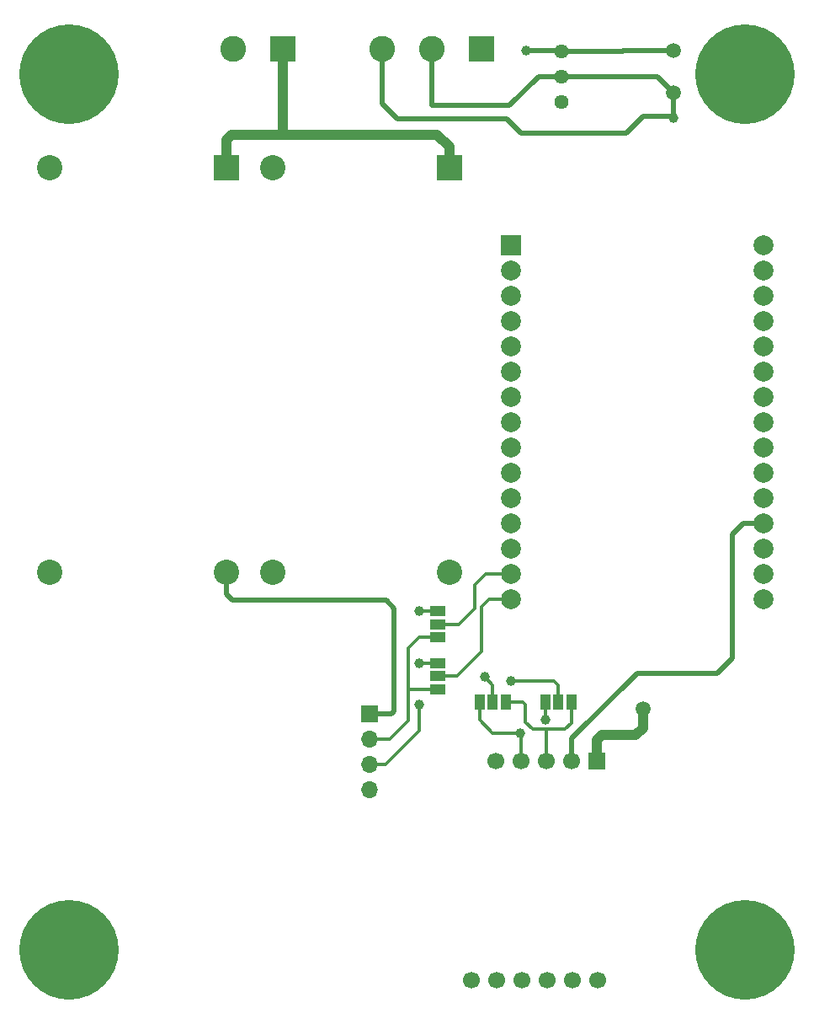
<source format=gbr>
%TF.GenerationSoftware,KiCad,Pcbnew,8.0.7*%
%TF.CreationDate,2025-04-11T13:17:33+07:00*%
%TF.ProjectId,esp32_getstok_testing-2,65737033-325f-4676-9574-73746f6b5f74,rev?*%
%TF.SameCoordinates,Original*%
%TF.FileFunction,Copper,L1,Top*%
%TF.FilePolarity,Positive*%
%FSLAX46Y46*%
G04 Gerber Fmt 4.6, Leading zero omitted, Abs format (unit mm)*
G04 Created by KiCad (PCBNEW 8.0.7) date 2025-04-11 13:17:33*
%MOMM*%
%LPD*%
G01*
G04 APERTURE LIST*
%TA.AperFunction,SMDPad,CuDef*%
%ADD10R,1.500000X1.000000*%
%TD*%
%TA.AperFunction,SMDPad,CuDef*%
%ADD11R,1.000000X1.500000*%
%TD*%
%TA.AperFunction,ComponentPad*%
%ADD12R,2.540000X2.540000*%
%TD*%
%TA.AperFunction,ComponentPad*%
%ADD13C,2.540000*%
%TD*%
%TA.AperFunction,ComponentPad*%
%ADD14C,1.440000*%
%TD*%
%TA.AperFunction,SMDPad,CuDef*%
%ADD15C,1.500000*%
%TD*%
%TA.AperFunction,ComponentPad*%
%ADD16R,2.000000X2.000000*%
%TD*%
%TA.AperFunction,ComponentPad*%
%ADD17C,2.000000*%
%TD*%
%TA.AperFunction,ComponentPad*%
%ADD18R,1.700000X1.700000*%
%TD*%
%TA.AperFunction,ComponentPad*%
%ADD19C,10.000000*%
%TD*%
%TA.AperFunction,ComponentPad*%
%ADD20C,1.700000*%
%TD*%
%TA.AperFunction,ComponentPad*%
%ADD21R,2.600000X2.600000*%
%TD*%
%TA.AperFunction,ComponentPad*%
%ADD22C,2.600000*%
%TD*%
%TA.AperFunction,ComponentPad*%
%ADD23O,1.700000X1.700000*%
%TD*%
%TA.AperFunction,ViaPad*%
%ADD24C,1.000000*%
%TD*%
%TA.AperFunction,Conductor*%
%ADD25C,1.000000*%
%TD*%
%TA.AperFunction,Conductor*%
%ADD26C,0.500000*%
%TD*%
%TA.AperFunction,Conductor*%
%ADD27C,0.300000*%
%TD*%
G04 APERTURE END LIST*
D10*
%TO.P,JP4,1,A*%
%TO.N,/TX_GPS*%
X214760000Y-97740000D03*
%TO.P,JP4,2,C*%
%TO.N,/GPIO23*%
X214760000Y-99040000D03*
%TO.P,JP4,3,B*%
%TO.N,/RX_GPS*%
X214760000Y-100340000D03*
%TD*%
D11*
%TO.P,JP1,1,A*%
%TO.N,/TX_SIM*%
X218960000Y-101640000D03*
%TO.P,JP1,2,C*%
%TO.N,/RX2*%
X220260000Y-101640000D03*
%TO.P,JP1,3,B*%
%TO.N,/RX_SIM*%
X221560000Y-101640000D03*
%TD*%
D12*
%TO.P,U3,1,Vin*%
%TO.N,unconnected-(U3-Vin-Pad1)*%
X215880000Y-47960000D03*
D13*
%TO.P,U3,2,GND*%
%TO.N,unconnected-(U3-GND-Pad2)*%
X198100000Y-47960000D03*
%TO.P,U3,3,GND*%
%TO.N,unconnected-(U3-GND-Pad3)*%
X198100000Y-88600000D03*
%TO.P,U3,4,Vout*%
%TO.N,unconnected-(U3-Vout-Pad4)*%
X215880000Y-88600000D03*
%TD*%
D14*
%TO.P,RV1,1,1*%
%TO.N,+3.3V*%
X227160000Y-36250000D03*
%TO.P,RV1,2,2*%
%TO.N,/ADC_IN*%
X227160000Y-38790000D03*
%TO.P,RV1,3,3*%
%TO.N,unconnected-(RV1-Pad3)*%
X227160000Y-41330000D03*
%TD*%
D15*
%TO.P,TP2,1,1*%
%TO.N,+3.3V*%
X238460000Y-36240000D03*
%TD*%
D16*
%TO.P,U1,1,3V3*%
%TO.N,+3.3V*%
X222060000Y-55760000D03*
D17*
%TO.P,U1,2,GND*%
%TO.N,GND*%
X222060000Y-58300000D03*
%TO.P,U1,3,D15*%
%TO.N,unconnected-(U1-D15-Pad3)*%
X222060000Y-60840000D03*
%TO.P,U1,4,D2*%
%TO.N,unconnected-(U1-D2-Pad4)*%
X222060000Y-63380000D03*
%TO.P,U1,5,D4*%
%TO.N,unconnected-(U1-D4-Pad5)*%
X222060000Y-65920000D03*
%TO.P,U1,6,RX2*%
%TO.N,/RX2*%
X222060000Y-68460000D03*
%TO.P,U1,7,TX2*%
%TO.N,/TX2*%
X222060000Y-71000000D03*
%TO.P,U1,8,D5*%
%TO.N,unconnected-(U1-D5-Pad8)*%
X222060000Y-73540000D03*
%TO.P,U1,9,D18*%
%TO.N,unconnected-(U1-D18-Pad9)*%
X222060000Y-76080000D03*
%TO.P,U1,10,D19*%
%TO.N,unconnected-(U1-D19-Pad10)*%
X222060000Y-78620000D03*
%TO.P,U1,11,D21*%
%TO.N,unconnected-(U1-D21-Pad11)*%
X222060000Y-81160000D03*
%TO.P,U1,12,RX0*%
%TO.N,unconnected-(U1-RX0-Pad12)*%
X222060000Y-83700000D03*
%TO.P,U1,13,TX0*%
%TO.N,unconnected-(U1-TX0-Pad13)*%
X222060000Y-86240000D03*
%TO.P,U1,14,D22*%
%TO.N,/GPIO22*%
X222060000Y-88780000D03*
%TO.P,U1,15,D23*%
%TO.N,/GPIO23*%
X222060000Y-91320000D03*
%TO.P,U1,16,EN*%
%TO.N,unconnected-(U1-EN-Pad16)*%
X247460000Y-91320000D03*
%TO.P,U1,17,VP*%
%TO.N,unconnected-(U1-VP-Pad17)*%
X247460000Y-88780000D03*
%TO.P,U1,18,VN*%
%TO.N,unconnected-(U1-VN-Pad18)*%
X247460000Y-86240000D03*
%TO.P,U1,19,D34*%
%TO.N,/RST_SIM*%
X247460000Y-83700000D03*
%TO.P,U1,20,D35*%
%TO.N,unconnected-(U1-D35-Pad20)*%
X247460000Y-81160000D03*
%TO.P,U1,21,D32*%
%TO.N,unconnected-(U1-D32-Pad21)*%
X247460000Y-78620000D03*
%TO.P,U1,22,D33*%
%TO.N,/ADC_IN*%
X247460000Y-76080000D03*
%TO.P,U1,23,D25*%
%TO.N,unconnected-(U1-D25-Pad23)*%
X247460000Y-73540000D03*
%TO.P,U1,24,D26*%
%TO.N,unconnected-(U1-D26-Pad24)*%
X247460000Y-71000000D03*
%TO.P,U1,25,D27*%
%TO.N,unconnected-(U1-D27-Pad25)*%
X247460000Y-68460000D03*
%TO.P,U1,26,D14*%
%TO.N,unconnected-(U1-D14-Pad26)*%
X247460000Y-65920000D03*
%TO.P,U1,27,D12*%
%TO.N,unconnected-(U1-D12-Pad27)*%
X247460000Y-63380000D03*
%TO.P,U1,28,D13*%
%TO.N,unconnected-(U1-D13-Pad28)*%
X247460000Y-60840000D03*
%TO.P,U1,29,GND*%
%TO.N,GND*%
X247460000Y-58300000D03*
%TO.P,U1,30,VIN*%
%TO.N,unconnected-(U1-VIN-Pad30)*%
X247460000Y-55760000D03*
%TD*%
D18*
%TO.P,J3,1,Pin_1*%
%TO.N,/Vin*%
X215895000Y-47965000D03*
%TD*%
%TO.P,J11,1,Pin_1*%
%TO.N,GND*%
X175660000Y-47940000D03*
%TD*%
D19*
%TO.P,H6,1,1*%
%TO.N,GND*%
X245660000Y-38540000D03*
%TD*%
D12*
%TO.P,U2,1,Vin*%
%TO.N,unconnected-(U2-Vin-Pad1)*%
X193470000Y-47930000D03*
D13*
%TO.P,U2,2,GND*%
%TO.N,unconnected-(U2-GND-Pad2)*%
X175690000Y-47930000D03*
%TO.P,U2,3,GND*%
%TO.N,unconnected-(U2-GND-Pad3)*%
X175690000Y-88570000D03*
%TO.P,U2,4,Vout*%
%TO.N,unconnected-(U2-Vout-Pad4)*%
X193470000Y-88570000D03*
%TD*%
D18*
%TO.P,J9,1,Pin_1*%
%TO.N,GND*%
X175660000Y-88540000D03*
%TD*%
%TO.P,U4,1,VCC*%
%TO.N,+4V*%
X230710000Y-107580000D03*
D20*
%TO.P,U4,2,RST*%
%TO.N,/RST_SIM*%
X228170000Y-107580000D03*
%TO.P,U4,3,RXD*%
%TO.N,/RX_SIM*%
X225630000Y-107580000D03*
%TO.P,U4,4,TXD*%
%TO.N,/TX_SIM*%
X223090000Y-107580000D03*
%TO.P,U4,5,GND*%
%TO.N,GND*%
X220550000Y-107580000D03*
%TO.P,U4,6,SPK-*%
%TO.N,unconnected-(U4-SPK--Pad6)*%
X218090000Y-129580000D03*
%TO.P,U4,7,SPK+*%
%TO.N,unconnected-(U4-SPK+-Pad7)*%
X220630000Y-129580000D03*
%TO.P,U4,8,MIC-*%
%TO.N,unconnected-(U4-MIC--Pad8)*%
X223170000Y-129580000D03*
%TO.P,U4,9,MIC+*%
%TO.N,unconnected-(U4-MIC+-Pad9)*%
X225710000Y-129580000D03*
%TO.P,U4,10,DTR*%
%TO.N,unconnected-(U4-DTR-Pad10)*%
X228250000Y-129580000D03*
%TO.P,U4,11,RING*%
%TO.N,unconnected-(U4-RING-Pad11)*%
X230790000Y-129580000D03*
%TD*%
D19*
%TO.P,H7,1,1*%
%TO.N,GND*%
X245660000Y-126540000D03*
%TD*%
D10*
%TO.P,JP3,1,A*%
%TO.N,/TX_GPS*%
X214760000Y-92540000D03*
%TO.P,JP3,2,C*%
%TO.N,/GPIO22*%
X214760000Y-93840000D03*
%TO.P,JP3,3,B*%
%TO.N,/RX_GPS*%
X214760000Y-95140000D03*
%TD*%
D21*
%TO.P,J1,1,Pin_1*%
%TO.N,/Vin*%
X199160000Y-36040000D03*
D22*
%TO.P,J1,2,Pin_2*%
%TO.N,GND*%
X194160000Y-36040000D03*
%TD*%
D19*
%TO.P,H8,1,1*%
%TO.N,GND*%
X177660000Y-126540000D03*
%TD*%
D18*
%TO.P,J4,1,Pin_1*%
%TO.N,GND*%
X198095000Y-47965000D03*
%TD*%
D11*
%TO.P,JP2,1,A*%
%TO.N,/TX_SIM*%
X225560000Y-101640000D03*
%TO.P,JP2,2,C*%
%TO.N,/TX2*%
X226860000Y-101640000D03*
%TO.P,JP2,3,B*%
%TO.N,/RX_SIM*%
X228160000Y-101640000D03*
%TD*%
D18*
%TO.P,J5,1,Pin_1*%
%TO.N,+4V*%
X215895000Y-88565000D03*
%TD*%
D19*
%TO.P,H5,1,1*%
%TO.N,GND*%
X177660000Y-38540000D03*
%TD*%
D18*
%TO.P,J7,1,Pin_1*%
%TO.N,+3.3V*%
X207860000Y-102840000D03*
D23*
%TO.P,J7,2,Pin_2*%
%TO.N,/RX_GPS*%
X207860000Y-105380000D03*
%TO.P,J7,3,Pin_3*%
%TO.N,/TX_GPS*%
X207860000Y-107920000D03*
%TO.P,J7,4,Pin_4*%
%TO.N,GND*%
X207860000Y-110460000D03*
%TD*%
D18*
%TO.P,J10,1,Pin_1*%
%TO.N,/Vin*%
X193460000Y-47940000D03*
%TD*%
%TO.P,J6,1,Pin_1*%
%TO.N,GND*%
X198095000Y-88565000D03*
%TD*%
D15*
%TO.P,TP1,1,1*%
%TO.N,/ADC_IN*%
X238460000Y-40440000D03*
%TD*%
D18*
%TO.P,J8,1,Pin_1*%
%TO.N,+3.3V*%
X193460000Y-88540000D03*
%TD*%
D21*
%TO.P,J12,1,Pin_1*%
%TO.N,GND*%
X219160000Y-36040000D03*
D22*
%TO.P,J12,2,Pin_2*%
%TO.N,/ADC_IN*%
X214160000Y-36040000D03*
%TO.P,J12,3,Pin_3*%
X209160000Y-36040000D03*
%TD*%
D15*
%TO.P,TP4,1,1*%
%TO.N,+4V*%
X235360000Y-102340000D03*
%TD*%
D24*
%TO.N,/ADC_IN*%
X238460000Y-42940000D03*
%TO.N,/TX_GPS*%
X212860000Y-92540000D03*
X212860000Y-97740000D03*
X212860000Y-101940000D03*
%TO.N,+3.3V*%
X223660000Y-36240000D03*
%TO.N,/TX_SIM*%
X223060000Y-104740000D03*
X225560000Y-103440000D03*
%TO.N,/RX2*%
X219460000Y-99140000D03*
%TO.N,/TX2*%
X222060000Y-99540000D03*
%TD*%
D25*
%TO.N,/Vin*%
X215895000Y-45875000D02*
X214660000Y-44640000D01*
X199160000Y-36040000D02*
X199160000Y-44640000D01*
X215895000Y-47965000D02*
X215895000Y-45875000D01*
X193460000Y-45140000D02*
X193460000Y-47940000D01*
X193960000Y-44640000D02*
X193460000Y-45140000D01*
X199160000Y-44640000D02*
X198660000Y-44640000D01*
X214660000Y-44640000D02*
X202460000Y-44640000D01*
X202460000Y-44640000D02*
X199160000Y-44640000D01*
X198660000Y-44640000D02*
X193960000Y-44640000D01*
D26*
%TO.N,/ADC_IN*%
X209160000Y-41540000D02*
X210660000Y-43040000D01*
X227160000Y-38790000D02*
X224910000Y-38790000D01*
X209160000Y-36040000D02*
X209160000Y-41540000D01*
X238360000Y-42840000D02*
X238460000Y-42940000D01*
X210660000Y-43040000D02*
X221660000Y-43040000D01*
X236810000Y-38790000D02*
X238460000Y-40440000D01*
X221960000Y-41740000D02*
X224910000Y-38790000D01*
X223160000Y-44540000D02*
X233660000Y-44540000D01*
X238460000Y-40440000D02*
X238460000Y-42940000D01*
X214160000Y-36040000D02*
X214160000Y-41740000D01*
X235360000Y-42840000D02*
X238360000Y-42840000D01*
X221660000Y-43040000D02*
X223160000Y-44540000D01*
X215060000Y-41740000D02*
X221960000Y-41740000D01*
X233660000Y-44540000D02*
X235360000Y-42840000D01*
X227160000Y-38790000D02*
X236810000Y-38790000D01*
X214160000Y-41740000D02*
X215060000Y-41740000D01*
D27*
%TO.N,/TX_GPS*%
X210760000Y-106640000D02*
X212860000Y-104540000D01*
X212860000Y-104540000D02*
X212860000Y-101940000D01*
X207860000Y-107920000D02*
X209480000Y-107920000D01*
X212860000Y-92540000D02*
X214760000Y-92540000D01*
X209480000Y-107920000D02*
X210760000Y-106640000D01*
X212860000Y-97740000D02*
X214760000Y-97740000D01*
D26*
%TO.N,+3.3V*%
X193460000Y-88540000D02*
X193460000Y-90840000D01*
X227160000Y-36250000D02*
X233350000Y-36250000D01*
X233360000Y-36240000D02*
X238460000Y-36240000D01*
X210360000Y-92240000D02*
X210360000Y-102540000D01*
X227150000Y-36240000D02*
X227160000Y-36250000D01*
X193460000Y-90840000D02*
X194060000Y-91440000D01*
X233350000Y-36250000D02*
X233360000Y-36240000D01*
X223660000Y-36240000D02*
X227150000Y-36240000D01*
X209560000Y-91440000D02*
X210360000Y-92240000D01*
X210360000Y-102540000D02*
X210060000Y-102840000D01*
X210060000Y-102840000D02*
X207860000Y-102840000D01*
X194060000Y-91440000D02*
X209560000Y-91440000D01*
D27*
%TO.N,/RX_GPS*%
X209920000Y-105380000D02*
X211760000Y-103540000D01*
X207860000Y-105380000D02*
X209920000Y-105380000D01*
X211760000Y-96240000D02*
X212860000Y-95140000D01*
X211760000Y-103540000D02*
X211760000Y-100340000D01*
X211760000Y-100340000D02*
X214760000Y-100340000D01*
X211760000Y-100340000D02*
X211760000Y-96240000D01*
X212860000Y-95140000D02*
X214760000Y-95140000D01*
%TO.N,/RX_SIM*%
X228160000Y-101640000D02*
X228160000Y-103740000D01*
X225660000Y-104398000D02*
X224318000Y-104398000D01*
X224318000Y-104398000D02*
X223560000Y-103640000D01*
X228160000Y-103740000D02*
X227502000Y-104398000D01*
X227502000Y-104398000D02*
X225660000Y-104398000D01*
X225660000Y-104398000D02*
X225660000Y-107630000D01*
X223560000Y-101940000D02*
X223260000Y-101640000D01*
X225660000Y-107630000D02*
X225670000Y-107640000D01*
X223260000Y-101640000D02*
X221560000Y-101640000D01*
X223560000Y-103640000D02*
X223560000Y-101940000D01*
D25*
%TO.N,+4V*%
X230710000Y-105490000D02*
X231260000Y-104940000D01*
X230710000Y-107580000D02*
X230710000Y-105490000D01*
X231260000Y-104940000D02*
X234660000Y-104940000D01*
X234660000Y-104940000D02*
X235360000Y-104240000D01*
X235360000Y-104240000D02*
X235360000Y-102340000D01*
D27*
%TO.N,/TX_SIM*%
X223060000Y-104740000D02*
X223090000Y-104770000D01*
X220260000Y-104740000D02*
X218960000Y-103440000D01*
X223090000Y-107600000D02*
X223130000Y-107640000D01*
X223090000Y-104770000D02*
X223090000Y-107600000D01*
X218960000Y-103440000D02*
X218960000Y-101640000D01*
X223060000Y-104740000D02*
X220260000Y-104740000D01*
X225560000Y-101640000D02*
X225560000Y-103440000D01*
D26*
%TO.N,/RST_SIM*%
X234760000Y-98740000D02*
X242860000Y-98740000D01*
X242860000Y-98740000D02*
X244360000Y-97240000D01*
X228170000Y-105330000D02*
X234760000Y-98740000D01*
X244360000Y-97240000D02*
X244360000Y-84840000D01*
X228170000Y-107580000D02*
X228170000Y-105330000D01*
X245500000Y-83700000D02*
X247460000Y-83700000D01*
X244360000Y-84840000D02*
X245500000Y-83700000D01*
D27*
%TO.N,/RX2*%
X220260000Y-99940000D02*
X220260000Y-101640000D01*
X219460000Y-99140000D02*
X220260000Y-99940000D01*
%TO.N,/TX2*%
X222060000Y-99540000D02*
X226460000Y-99540000D01*
X226860000Y-99940000D02*
X226860000Y-101640000D01*
X226460000Y-99540000D02*
X226860000Y-99940000D01*
%TO.N,/GPIO22*%
X218460000Y-92240000D02*
X218460000Y-89840000D01*
X218460000Y-89840000D02*
X219560000Y-88740000D01*
X219560000Y-88740000D02*
X222020000Y-88740000D01*
X214760000Y-93840000D02*
X216860000Y-93840000D01*
X222020000Y-88740000D02*
X222060000Y-88780000D01*
X216860000Y-93840000D02*
X218460000Y-92240000D01*
%TO.N,/GPIO23*%
X219160000Y-96540000D02*
X219160000Y-92040000D01*
X216660000Y-99040000D02*
X219160000Y-96540000D01*
X219880000Y-91320000D02*
X222060000Y-91320000D01*
X219160000Y-92040000D02*
X219880000Y-91320000D01*
X214760000Y-99040000D02*
X216660000Y-99040000D01*
%TD*%
M02*

</source>
